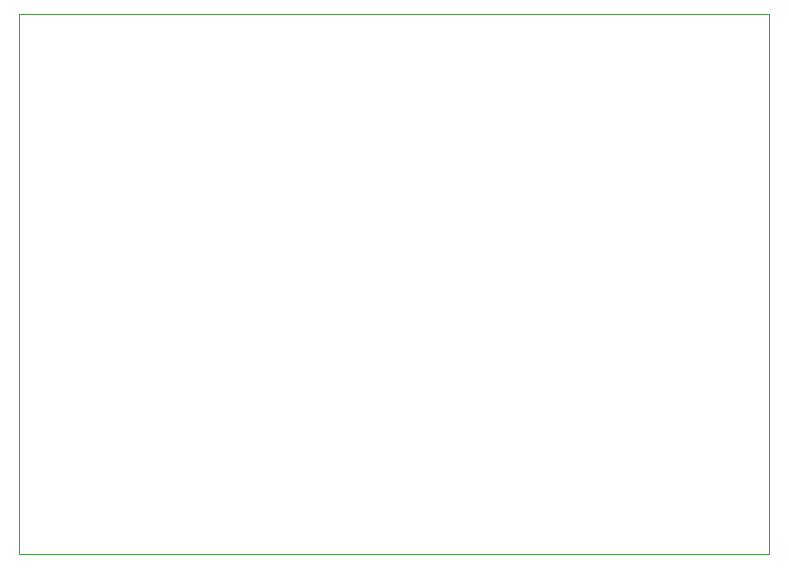
<source format=gbr>
G04 #@! TF.FileFunction,Profile,NP*
%FSLAX46Y46*%
G04 Gerber Fmt 4.6, Leading zero omitted, Abs format (unit mm)*
G04 Created by KiCad (PCBNEW (2015-02-18 BZR 5430)-product) date 2015年02月19日 星期四 19时51分06秒*
%MOMM*%
G01*
G04 APERTURE LIST*
%ADD10C,0.150000*%
%ADD11C,0.100000*%
G04 APERTURE END LIST*
D10*
D11*
X83820000Y-76200000D02*
X83820000Y-30480000D01*
X147320000Y-76200000D02*
X83820000Y-76200000D01*
X147320000Y-30480000D02*
X147320000Y-76200000D01*
X83820000Y-30480000D02*
X147320000Y-30480000D01*
M02*

</source>
